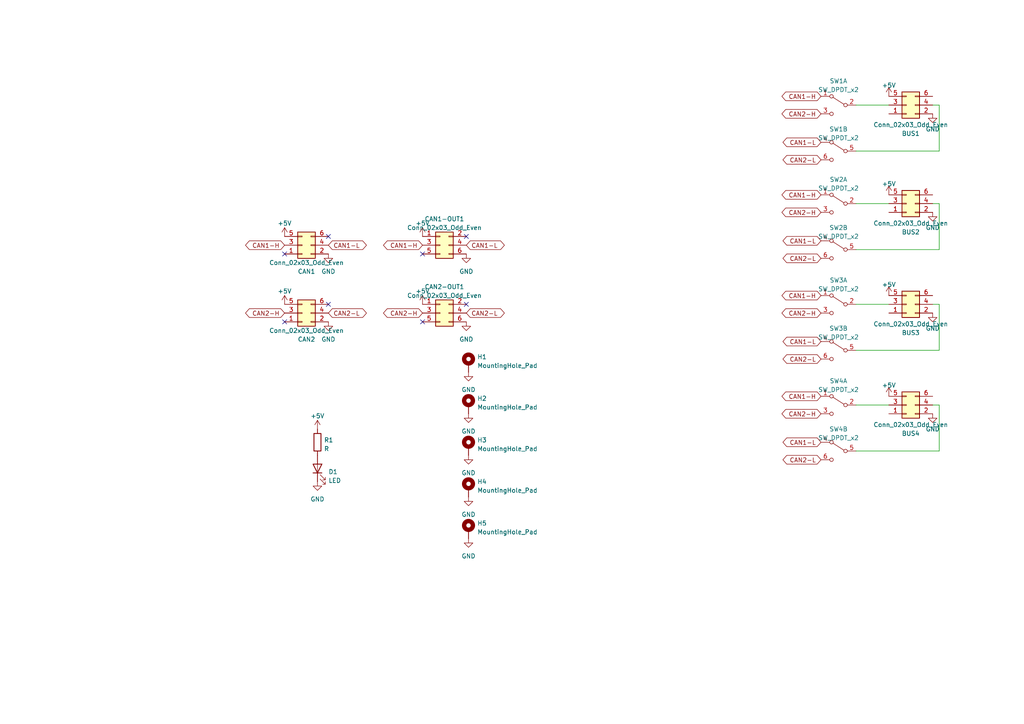
<source format=kicad_sch>
(kicad_sch (version 20230121) (generator eeschema)
  (paper "A4")
  (lib_symbols
    (symbol "Connector_Generic:Conn_02x03_Odd_Even" (pin_names (offset 1.016) hide)
      (property "Reference" "J" (at 1.27 5.08 0))
      (property "Value" "Conn_02x03_Odd_Even" (at 1.27 -5.08 0))
      (symbol "Conn_02x03_Odd_Even_1_1"
        (rectangle (start -1.27 -2.413) (end 0 -2.667) (stroke (width 0.1524)))
        (rectangle (start -1.27 0.127) (end 0 -0.127) (stroke (width 0.1524)))
        (rectangle (start -1.27 2.667) (end 0 2.413) (stroke (width 0.1524)))
        (rectangle (start -1.27 3.81) (end 3.81 -3.81) (stroke (width 0.254)) (fill (type background)))
        (rectangle (start 3.81 -2.413) (end 2.54 -2.667) (stroke (width 0.1524)))
        (rectangle (start 3.81 0.127) (end 2.54 -0.127) (stroke (width 0.1524)))
        (rectangle (start 3.81 2.667) (end 2.54 2.413) (stroke (width 0.1524)))
        (pin passive line (at -5.08 2.54 0) (length 3.81) (name "Pin_1") (number "1"))
        (pin passive line (at 7.62 2.54 180) (length 3.81) (name "Pin_2") (number "2"))
        (pin passive line (at -5.08 0 0) (length 3.81) (name "Pin_3") (number "3"))
        (pin passive line (at 7.62 0 180) (length 3.81) (name "Pin_4") (number "4"))
        (pin passive line (at -5.08 -2.54 0) (length 3.81) (name "Pin_5") (number "5"))
        (pin passive line (at 7.62 -2.54 180) (length 3.81) (name "Pin_6") (number "6"))
      )
    )
    (symbol "Device:LED" (pin_numbers hide) (pin_names (offset 1.016) hide)
      (property "Reference" "D" (at 0 2.54 0))
      (property "Value" "LED" (at 0 -2.54 0))
      (symbol "LED_0_1"
        (polyline (pts (xy -1.27 -1.27) (xy -1.27 1.27)) (stroke (width 0.254)))
        (polyline (pts (xy -1.27 0) (xy 1.27 0)))
        (polyline (pts (xy 1.27 -1.27) (xy 1.27 1.27) (xy -1.27 0) (xy 1.27 -1.27)) (stroke (width 0.254)))
        (polyline (pts (xy -3.048 -0.762) (xy -4.572 -2.286) (xy -3.81 -2.286) (xy -4.572 -2.286) (xy -4.572 -1.524)))
        (polyline (pts (xy -1.778 -0.762) (xy -3.302 -2.286) (xy -2.54 -2.286) (xy -3.302 -2.286) (xy -3.302 -1.524)))
      )
      (symbol "LED_1_1"
        (pin passive line (at -3.81 0 0) (length 2.54) (name "K") (number "1"))
        (pin passive line (at 3.81 0 180) (length 2.54) (name "A") (number "2"))
      )
    )
    (symbol "Device:R" (pin_numbers hide) (pin_names (offset 0))
      (property "Reference" "R" (at 2.032 0 90))
      (property "Value" "R" (at 0 0 90))
      (symbol "R_0_1"
        (rectangle (start -1.016 -2.54) (end 1.016 2.54) (stroke (width 0.254)))
      )
      (symbol "R_1_1"
        (pin passive line (at 0 3.81 270) (length 1.27) (name "~") (number "1"))
        (pin passive line (at 0 -3.81 90) (length 1.27) (name "~") (number "2"))
      )
    )
    (symbol "Mechanical:MountingHole_Pad" (pin_numbers hide) (pin_names (offset 1.016) hide)
      (property "Reference" "H" (at 0 6.35 0))
      (property "Value" "MountingHole_Pad" (at 0 4.445 0))
      (symbol "MountingHole_Pad_0_1"
        (circle (center 0 1.27) (radius 1.27) (stroke (width 1.27)))
      )
      (symbol "MountingHole_Pad_1_1"
        (pin input line (at 0 -2.54 90) (length 2.54) (name "1") (number "1"))
      )
    )
    (symbol "Switch:SW_DPDT_x2" (pin_names (offset 0) hide)
      (property "Reference" "SW" (at 0 4.318 0))
      (property "Value" "SW_DPDT_x2" (at 0 -5.08 0))
      (symbol "SW_DPDT_x2_0_0"
        (circle (center -2.032 0) (radius 0.508))
        (circle (center 2.032 -2.54) (radius 0.508))
      )
      (symbol "SW_DPDT_x2_0_1"
        (polyline (pts (xy -1.524 0.254) (xy 1.651 2.286)))
        (circle (center 2.032 2.54) (radius 0.508))
      )
      (symbol "SW_DPDT_x2_1_1"
        (pin passive line (at 5.08 2.54 180) (length 2.54) (name "A") (number "1"))
        (pin passive line (at -5.08 0 0) (length 2.54) (name "B") (number "2"))
        (pin passive line (at 5.08 -2.54 180) (length 2.54) (name "C") (number "3"))
      )
      (symbol "SW_DPDT_x2_2_1"
        (pin passive line (at 5.08 2.54 180) (length 2.54) (name "A") (number "4"))
        (pin passive line (at -5.08 0 0) (length 2.54) (name "B") (number "5"))
        (pin passive line (at 5.08 -2.54 180) (length 2.54) (name "C") (number "6"))
      )
    )
    (symbol "power:+5V" (power) (pin_names (offset 0))
      (property "Value" "+5V" (at 0 3.556 0))
      (symbol "+5V_0_1"
        (polyline (pts (xy -0.762 1.27) (xy 0 2.54)))
        (polyline (pts (xy 0 0) (xy 0 2.54)))
        (polyline (pts (xy 0 2.54) (xy 0.762 1.27)))
      )
      (symbol "+5V_1_1"
        (pin power_in line (at 0 0 90) (length 0) hide (name "+5V") (number "1"))
      )
    )
    (symbol "power:GND" (power) (pin_names (offset 0))
      (property "Value" "GND" (at 0 -3.81 0))
      (symbol "GND_0_1"
        (polyline (pts (xy 0 0) (xy 0 -1.27) (xy 1.27 -1.27) (xy 0 -2.54) (xy -1.27 -1.27) (xy 0 -1.27)))
      )
      (symbol "GND_1_1"
        (pin power_in line (at 0 0 270) (length 0) hide (name "GND") (number "1"))
      )
    )
  )
  (no_connect (at 135.255 88.265))
  (no_connect (at 122.555 73.66))
  (no_connect (at 122.555 93.345))
  (no_connect (at 95.25 88.265))
  (no_connect (at 135.255 68.58))
  (no_connect (at 82.55 73.66))
  (no_connect (at 95.25 68.58))
  (no_connect (at 82.55 93.345))
  (wire (pts (xy 272.415 88.265) (xy 270.51 88.265)))
  (wire (pts (xy 248.285 43.815) (xy 272.415 43.815)))
  (wire (pts (xy 248.285 117.475) (xy 257.81 117.475)))
  (wire (pts (xy 272.415 130.81) (xy 272.415 117.475)))
  (wire (pts (xy 272.415 72.39) (xy 272.415 59.055)))
  (wire (pts (xy 272.415 30.48) (xy 270.51 30.48)))
  (wire (pts (xy 248.285 130.81) (xy 272.415 130.81)))
  (wire (pts (xy 248.285 30.48) (xy 257.81 30.48)))
  (wire (pts (xy 272.415 43.815) (xy 272.415 30.48)))
  (wire (pts (xy 248.285 59.055) (xy 257.81 59.055)))
  (wire (pts (xy 248.285 101.6) (xy 272.415 101.6)))
  (wire (pts (xy 272.415 59.055) (xy 270.51 59.055)))
  (wire (pts (xy 272.415 101.6) (xy 272.415 88.265)))
  (wire (pts (xy 248.285 72.39) (xy 272.415 72.39)))
  (wire (pts (xy 272.415 117.475) (xy 270.51 117.475)))
  (wire (pts (xy 248.285 88.265) (xy 257.81 88.265)))
  (global_label "CAN2-L" (shape bidirectional) (at 135.255 90.805 0) (property "Intersheetrefs" "${INTERSHEET_REFS}" (effects hide)))
  (global_label "CAN2-H" (shape bidirectional) (at 82.55 90.805 180) (property "Intersheetrefs" "${INTERSHEET_REFS}" (effects hide)))
  (global_label "CAN1-L" (shape bidirectional) (at 95.25 71.12 0) (property "Intersheetrefs" "${INTERSHEET_REFS}" (effects hide)))
  (global_label "CAN1-L" (shape bidirectional) (at 238.125 41.275 180) (property "Intersheetrefs" "${INTERSHEET_REFS}" (effects hide)))
  (global_label "CAN2-L" (shape bidirectional) (at 238.125 104.14 180) (property "Intersheetrefs" "${INTERSHEET_REFS}" (effects hide)))
  (global_label "CAN1-L" (shape bidirectional) (at 135.255 71.12 0) (property "Intersheetrefs" "${INTERSHEET_REFS}" (effects hide)))
  (global_label "CAN1-H" (shape bidirectional) (at 122.555 71.12 180) (property "Intersheetrefs" "${INTERSHEET_REFS}" (effects hide)))
  (global_label "CAN2-H" (shape bidirectional) (at 238.125 61.595 180) (property "Intersheetrefs" "${INTERSHEET_REFS}" (effects hide)))
  (global_label "CAN1-H" (shape bidirectional) (at 82.55 71.12 180) (property "Intersheetrefs" "${INTERSHEET_REFS}" (effects hide)))
  (global_label "CAN1-H" (shape bidirectional) (at 238.125 85.725 180) (property "Intersheetrefs" "${INTERSHEET_REFS}" (effects hide)))
  (global_label "CAN2-L" (shape bidirectional) (at 238.125 133.35 180) (property "Intersheetrefs" "${INTERSHEET_REFS}" (effects hide)))
  (global_label "CAN1-H" (shape bidirectional) (at 238.125 56.515 180) (property "Intersheetrefs" "${INTERSHEET_REFS}" (effects hide)))
  (global_label "CAN1-H" (shape bidirectional) (at 238.125 114.935 180) (property "Intersheetrefs" "${INTERSHEET_REFS}" (effects hide)))
  (global_label "CAN1-L" (shape bidirectional) (at 238.125 99.06 180) (property "Intersheetrefs" "${INTERSHEET_REFS}" (effects hide)))
  (global_label "CAN2-H" (shape bidirectional) (at 122.555 90.805 180) (property "Intersheetrefs" "${INTERSHEET_REFS}" (effects hide)))
  (global_label "CAN1-L" (shape bidirectional) (at 238.125 128.27 180) (property "Intersheetrefs" "${INTERSHEET_REFS}" (effects hide)))
  (global_label "CAN1-H" (shape bidirectional) (at 238.125 27.94 180) (property "Intersheetrefs" "${INTERSHEET_REFS}" (effects hide)))
  (global_label "CAN2-H" (shape bidirectional) (at 238.125 90.805 180) (property "Intersheetrefs" "${INTERSHEET_REFS}" (effects hide)))
  (global_label "CAN1-L" (shape bidirectional) (at 238.125 69.85 180) (property "Intersheetrefs" "${INTERSHEET_REFS}" (effects hide)))
  (global_label "CAN2-H" (shape bidirectional) (at 238.125 33.02 180) (property "Intersheetrefs" "${INTERSHEET_REFS}" (effects hide)))
  (global_label "CAN2-L" (shape bidirectional) (at 238.125 74.93 180) (property "Intersheetrefs" "${INTERSHEET_REFS}" (effects hide)))
  (global_label "CAN2-L" (shape bidirectional) (at 238.125 46.355 180) (property "Intersheetrefs" "${INTERSHEET_REFS}" (effects hide)))
  (global_label "CAN2-H" (shape bidirectional) (at 238.125 120.015 180) (property "Intersheetrefs" "${INTERSHEET_REFS}" (effects hide)))
  (global_label "CAN2-L" (shape bidirectional) (at 95.25 90.805 0) (property "Intersheetrefs" "${INTERSHEET_REFS}" (effects hide)))
  (symbol (lib_id "Mechanical:MountingHole_Pad") (at 135.89 105.41 0) (unit 1)
    (property "Reference" "H1" (at 138.43 103.505 0) (effects (justify left)))
    (property "Value" "MountingHole_Pad" (at 138.43 106.045 0) (effects (justify left)))
    (property "Footprint" "MountingHole:MountingHole_3.2mm_M3_ISO14580_Pad" (effects hide))
  )
  (symbol (lib_id "power:+5V") (at 257.81 56.515 0) (unit 1)
    (property "Reference" "#PWR017" (effects hide))
    (property "Value" "+5V" (at 257.81 53.34 0))
  )
  (symbol (lib_id "power:GND") (at 135.89 107.95 0) (unit 1)
    (property "Reference" "#PWR011" (effects hide))
    (property "Value" "GND" (at 135.89 113.03 0))
  )
  (symbol (lib_id "Connector_Generic:Conn_02x03_Odd_Even") (at 127.635 71.12 0) (unit 1)
    (property "Reference" "CAN1-OUT1" (at 128.905 63.5 0))
    (property "Value" "Conn_02x03_Odd_Even" (at 128.905 66.04 0))
    (property "Footprint" "Connector_IDC:IDC-Header_2x03_P2.54mm_Horizontal" (effects hide))
  )
  (symbol (lib_id "power:GND") (at 92.075 139.7 0) (unit 1)
    (property "Reference" "#PWR04" (effects hide))
    (property "Value" "GND" (at 92.075 144.78 0))
  )
  (symbol (lib_id "power:+5V") (at 122.555 88.265 0) (unit 1)
    (property "Reference" "#PWR08" (effects hide))
    (property "Value" "+5V" (at 122.555 84.455 0))
  )
  (symbol (lib_id "power:+5V") (at 257.81 85.725 0) (unit 1)
    (property "Reference" "#PWR018" (effects hide))
    (property "Value" "+5V" (at 257.81 82.55 0))
  )
  (symbol (lib_id "Mechanical:MountingHole_Pad") (at 135.89 129.54 0) (unit 1)
    (property "Reference" "H3" (at 138.43 127.635 0) (effects (justify left)))
    (property "Value" "MountingHole_Pad" (at 138.43 130.175 0) (effects (justify left)))
    (property "Footprint" "MountingHole:MountingHole_3.2mm_M3_ISO14580_Pad" (effects hide))
  )
  (symbol (lib_id "Connector_Generic:Conn_02x03_Odd_Even") (at 262.89 88.265 0) (mirror x) (unit 1)
    (property "Reference" "BUS3" (at 264.16 96.52 0))
    (property "Value" "Conn_02x03_Odd_Even" (at 264.16 93.98 0))
    (property "Footprint" "Connector_IDC:IDC-Header_2x03_P2.54mm_Vertical" (effects hide))
  )
  (symbol (lib_id "power:GND") (at 135.89 132.08 0) (unit 1)
    (property "Reference" "#PWR013" (effects hide))
    (property "Value" "GND" (at 135.89 137.16 0))
  )
  (symbol (lib_id "power:GND") (at 270.51 61.595 0) (unit 1)
    (property "Reference" "#PWR021" (effects hide))
    (property "Value" "GND" (at 270.51 66.04 0))
  )
  (symbol (lib_id "Mechanical:MountingHole_Pad") (at 135.89 141.605 0) (unit 1)
    (property "Reference" "H4" (at 138.43 139.7 0) (effects (justify left)))
    (property "Value" "MountingHole_Pad" (at 138.43 142.24 0) (effects (justify left)))
    (property "Footprint" "MountingHole:MountingHole_3.2mm_M3_ISO14580_Pad" (effects hide))
  )
  (symbol (lib_id "power:GND") (at 270.51 33.02 0) (unit 1)
    (property "Reference" "#PWR020" (effects hide))
    (property "Value" "GND" (at 270.51 37.465 0))
  )
  (symbol (lib_id "power:+5V") (at 257.81 27.94 0) (unit 1)
    (property "Reference" "#PWR016" (effects hide))
    (property "Value" "+5V" (at 257.81 24.765 0))
  )
  (symbol (lib_id "power:GND") (at 135.89 120.015 0) (unit 1)
    (property "Reference" "#PWR012" (effects hide))
    (property "Value" "GND" (at 135.89 125.095 0))
  )
  (symbol (lib_id "power:+5V") (at 92.075 124.46 0) (unit 1)
    (property "Reference" "#PWR03" (effects hide))
    (property "Value" "+5V" (at 92.075 120.65 0))
  )
  (symbol (lib_id "Switch:SW_DPDT_x2") (at 243.205 43.815 0) (mirror y) (unit 2)
    (property "Reference" "SW1" (at 243.205 37.465 0))
    (property "Value" "SW_DPDT_x2" (at 243.205 40.005 0))
    (property "Footprint" "Robocon_Switch:IS-2235" (effects hide))
  )
  (symbol (lib_id "Switch:SW_DPDT_x2") (at 243.205 59.055 0) (mirror y) (unit 1)
    (property "Reference" "SW2" (at 243.205 52.07 0))
    (property "Value" "SW_DPDT_x2" (at 243.205 54.61 0))
    (property "Footprint" "Robocon_Switch:IS-2235" (effects hide))
  )
  (symbol (lib_id "power:GND") (at 135.255 93.345 0) (unit 1)
    (property "Reference" "#PWR010" (effects hide))
    (property "Value" "GND" (at 135.255 98.425 0))
  )
  (symbol (lib_id "Device:R") (at 92.075 128.27 0) (unit 1)
    (property "Reference" "R1" (at 93.98 127.635 0) (effects (justify left)))
    (property "Value" "R" (at 93.98 130.175 0) (effects (justify left)))
    (property "Footprint" "Resistor_SMD:R_0603_1608Metric_Pad0.98x0.95mm_HandSolder" (effects hide))
  )
  (symbol (lib_id "power:GND") (at 270.51 120.015 0) (unit 1)
    (property "Reference" "#PWR023" (effects hide))
    (property "Value" "GND" (at 270.51 124.46 0))
  )
  (symbol (lib_id "power:+5V") (at 257.81 114.935 0) (unit 1)
    (property "Reference" "#PWR019" (effects hide))
    (property "Value" "+5V" (at 257.81 111.76 0))
  )
  (symbol (lib_id "power:GND") (at 95.25 73.66 0) (unit 1)
    (property "Reference" "#PWR05" (effects hide))
    (property "Value" "GND" (at 95.25 78.74 0))
  )
  (symbol (lib_id "Connector_Generic:Conn_02x03_Odd_Even") (at 127.635 90.805 0) (unit 1)
    (property "Reference" "CAN2-OUT1" (at 128.905 83.185 0))
    (property "Value" "Conn_02x03_Odd_Even" (at 128.905 85.725 0))
    (property "Footprint" "Connector_IDC:IDC-Header_2x03_P2.54mm_Horizontal" (effects hide))
  )
  (symbol (lib_id "power:+5V") (at 82.55 88.265 0) (unit 1)
    (property "Reference" "#PWR02" (effects hide))
    (property "Value" "+5V" (at 82.55 84.455 0))
  )
  (symbol (lib_id "Switch:SW_DPDT_x2") (at 243.205 101.6 0) (mirror y) (unit 2)
    (property "Reference" "SW3" (at 243.205 95.25 0))
    (property "Value" "SW_DPDT_x2" (at 243.205 97.79 0))
    (property "Footprint" "Robocon_Switch:IS-2235" (effects hide))
  )
  (symbol (lib_id "Mechanical:MountingHole_Pad") (at 135.89 153.67 0) (unit 1)
    (property "Reference" "H5" (at 138.43 151.765 0) (effects (justify left)))
    (property "Value" "MountingHole_Pad" (at 138.43 154.305 0) (effects (justify left)))
    (property "Footprint" "MountingHole:MountingHole_3.2mm_M3_ISO14580_Pad" (effects hide))
  )
  (symbol (lib_id "Connector_Generic:Conn_02x03_Odd_Even") (at 262.89 117.475 0) (mirror x) (unit 1)
    (property "Reference" "BUS4" (at 264.16 125.73 0))
    (property "Value" "Conn_02x03_Odd_Even" (at 264.16 123.19 0))
    (property "Footprint" "Connector_IDC:IDC-Header_2x03_P2.54mm_Vertical" (effects hide))
  )
  (symbol (lib_id "power:GND") (at 95.25 93.345 0) (unit 1)
    (property "Reference" "#PWR06" (effects hide))
    (property "Value" "GND" (at 95.25 98.425 0))
  )
  (symbol (lib_id "Switch:SW_DPDT_x2") (at 243.205 30.48 0) (mirror y) (unit 1)
    (property "Reference" "SW1" (at 243.205 23.495 0))
    (property "Value" "SW_DPDT_x2" (at 243.205 26.035 0))
    (property "Footprint" "Robocon_Switch:IS-2235" (effects hide))
  )
  (symbol (lib_id "Connector_Generic:Conn_02x03_Odd_Even") (at 262.89 30.48 0) (mirror x) (unit 1)
    (property "Reference" "BUS1" (at 264.16 38.735 0))
    (property "Value" "Conn_02x03_Odd_Even" (at 264.16 36.195 0))
    (property "Footprint" "Connector_IDC:IDC-Header_2x03_P2.54mm_Vertical" (effects hide))
  )
  (symbol (lib_id "power:GND") (at 135.255 73.66 0) (unit 1)
    (property "Reference" "#PWR09" (effects hide))
    (property "Value" "GND" (at 135.255 78.74 0))
  )
  (symbol (lib_id "power:GND") (at 270.51 90.805 0) (unit 1)
    (property "Reference" "#PWR022" (effects hide))
    (property "Value" "GND" (at 270.51 95.25 0))
  )
  (symbol (lib_id "Connector_Generic:Conn_02x03_Odd_Even") (at 87.63 90.805 0) (mirror x) (unit 1)
    (property "Reference" "CAN2" (at 88.9 98.425 0))
    (property "Value" "Conn_02x03_Odd_Even" (at 88.9 95.885 0))
    (property "Footprint" "Connector_IDC:IDC-Header_2x03_P2.54mm_Vertical" (effects hide))
  )
  (symbol (lib_id "Switch:SW_DPDT_x2") (at 243.205 88.265 0) (mirror y) (unit 1)
    (property "Reference" "SW3" (at 243.205 81.28 0))
    (property "Value" "SW_DPDT_x2" (at 243.205 83.82 0))
    (property "Footprint" "Robocon_Switch:IS-2235" (effects hide))
  )
  (symbol (lib_id "power:+5V") (at 122.555 68.58 0) (unit 1)
    (property "Reference" "#PWR07" (effects hide))
    (property "Value" "+5V" (at 122.555 64.77 0))
  )
  (symbol (lib_id "power:+5V") (at 82.55 68.58 0) (unit 1)
    (property "Reference" "#PWR01" (effects hide))
    (property "Value" "+5V" (at 82.55 64.77 0))
  )
  (symbol (lib_id "Mechanical:MountingHole_Pad") (at 135.89 117.475 0) (unit 1)
    (property "Reference" "H2" (at 138.43 115.57 0) (effects (justify left)))
    (property "Value" "MountingHole_Pad" (at 138.43 118.11 0) (effects (justify left)))
    (property "Footprint" "MountingHole:MountingHole_3.2mm_M3_ISO14580_Pad" (effects hide))
  )
  (symbol (lib_id "Connector_Generic:Conn_02x03_Odd_Even") (at 262.89 59.055 0) (mirror x) (unit 1)
    (property "Reference" "BUS2" (at 264.16 67.31 0))
    (property "Value" "Conn_02x03_Odd_Even" (at 264.16 64.77 0))
    (property "Footprint" "Connector_IDC:IDC-Header_2x03_P2.54mm_Vertical" (effects hide))
  )
  (symbol (lib_id "Switch:SW_DPDT_x2") (at 243.205 72.39 0) (mirror y) (unit 2)
    (property "Reference" "SW2" (at 243.205 66.04 0))
    (property "Value" "SW_DPDT_x2" (at 243.205 68.58 0))
    (property "Footprint" "Robocon_Switch:IS-2235" (effects hide))
  )
  (symbol (lib_id "Switch:SW_DPDT_x2") (at 243.205 117.475 0) (mirror y) (unit 1)
    (property "Reference" "SW4" (at 243.205 110.49 0))
    (property "Value" "SW_DPDT_x2" (at 243.205 113.03 0))
    (property "Footprint" "Robocon_Switch:IS-2235" (effects hide))
  )
  (symbol (lib_id "Device:LED") (at 92.075 135.89 90) (unit 1)
    (property "Reference" "D1" (at 95.25 136.8425 90) (effects (justify right)))
    (property "Value" "LED" (at 95.25 139.3825 90) (effects (justify right)))
    (property "Footprint" "LED_SMD:LED_0603_1608Metric_Pad1.05x0.95mm_HandSolder" (effects hide))
  )
  (symbol (lib_id "power:GND") (at 135.89 144.145 0) (unit 1)
    (property "Reference" "#PWR014" (effects hide))
    (property "Value" "GND" (at 135.89 149.225 0))
  )
  (symbol (lib_id "power:GND") (at 135.89 156.21 0) (unit 1)
    (property "Reference" "#PWR015" (effects hide))
    (property "Value" "GND" (at 135.89 161.29 0))
  )
  (symbol (lib_id "Switch:SW_DPDT_x2") (at 243.205 130.81 0) (mirror y) (unit 2)
    (property "Reference" "SW4" (at 243.205 124.46 0))
    (property "Value" "SW_DPDT_x2" (at 243.205 127 0))
    (property "Footprint" "Robocon_Switch:IS-2235" (effects hide))
  )
  (symbol (lib_id "Connector_Generic:Conn_02x03_Odd_Even") (at 87.63 71.12 0) (mirror x) (unit 1)
    (property "Reference" "CAN1" (at 88.9 78.74 0))
    (property "Value" "Conn_02x03_Odd_Even" (at 88.9 76.2 0))
    (property "Footprint" "Connector_IDC:IDC-Header_2x03_P2.54mm_Vertical" (effects hide))
  )
)
</source>
